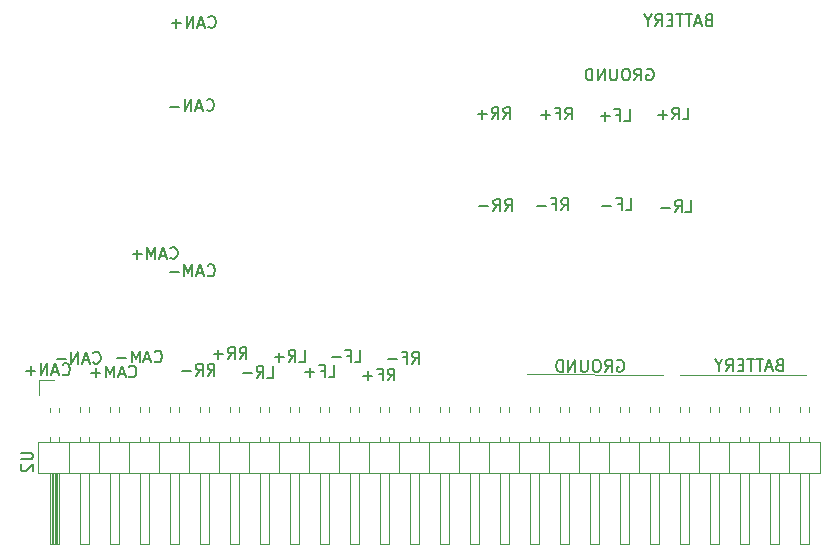
<source format=gbr>
G04 #@! TF.GenerationSoftware,KiCad,Pcbnew,5.1.2-f72e74a~84~ubuntu19.04.1*
G04 #@! TF.CreationDate,2019-05-07T16:21:10-05:00*
G04 #@! TF.ProjectId,Adapter-TE-52,41646170-7465-4722-9d54-452d35322e6b,rev?*
G04 #@! TF.SameCoordinates,Original*
G04 #@! TF.FileFunction,Legend,Bot*
G04 #@! TF.FilePolarity,Positive*
%FSLAX46Y46*%
G04 Gerber Fmt 4.6, Leading zero omitted, Abs format (unit mm)*
G04 Created by KiCad (PCBNEW 5.1.2-f72e74a~84~ubuntu19.04.1) date 2019-05-07 16:21:10*
%MOMM*%
%LPD*%
G04 APERTURE LIST*
%ADD10C,0.120000*%
%ADD11C,0.150000*%
G04 APERTURE END LIST*
D10*
X156768800Y-113868200D02*
X167513000Y-113893600D01*
X143840200Y-113817400D02*
X155371800Y-113842800D01*
D11*
X151509123Y-112631600D02*
X151604361Y-112583980D01*
X151747219Y-112583980D01*
X151890076Y-112631600D01*
X151985314Y-112726838D01*
X152032933Y-112822076D01*
X152080552Y-113012552D01*
X152080552Y-113155409D01*
X152032933Y-113345885D01*
X151985314Y-113441123D01*
X151890076Y-113536361D01*
X151747219Y-113583980D01*
X151651980Y-113583980D01*
X151509123Y-113536361D01*
X151461504Y-113488742D01*
X151461504Y-113155409D01*
X151651980Y-113155409D01*
X150461504Y-113583980D02*
X150794838Y-113107790D01*
X151032933Y-113583980D02*
X151032933Y-112583980D01*
X150651980Y-112583980D01*
X150556742Y-112631600D01*
X150509123Y-112679219D01*
X150461504Y-112774457D01*
X150461504Y-112917314D01*
X150509123Y-113012552D01*
X150556742Y-113060171D01*
X150651980Y-113107790D01*
X151032933Y-113107790D01*
X149842457Y-112583980D02*
X149651980Y-112583980D01*
X149556742Y-112631600D01*
X149461504Y-112726838D01*
X149413885Y-112917314D01*
X149413885Y-113250647D01*
X149461504Y-113441123D01*
X149556742Y-113536361D01*
X149651980Y-113583980D01*
X149842457Y-113583980D01*
X149937695Y-113536361D01*
X150032933Y-113441123D01*
X150080552Y-113250647D01*
X150080552Y-112917314D01*
X150032933Y-112726838D01*
X149937695Y-112631600D01*
X149842457Y-112583980D01*
X148985314Y-112583980D02*
X148985314Y-113393504D01*
X148937695Y-113488742D01*
X148890076Y-113536361D01*
X148794838Y-113583980D01*
X148604361Y-113583980D01*
X148509123Y-113536361D01*
X148461504Y-113488742D01*
X148413885Y-113393504D01*
X148413885Y-112583980D01*
X147937695Y-113583980D02*
X147937695Y-112583980D01*
X147366266Y-113583980D01*
X147366266Y-112583980D01*
X146890076Y-113583980D02*
X146890076Y-112583980D01*
X146651980Y-112583980D01*
X146509123Y-112631600D01*
X146413885Y-112726838D01*
X146366266Y-112822076D01*
X146318647Y-113012552D01*
X146318647Y-113155409D01*
X146366266Y-113345885D01*
X146413885Y-113441123D01*
X146509123Y-113536361D01*
X146651980Y-113583980D01*
X146890076Y-113583980D01*
X165212400Y-112983971D02*
X165069542Y-113031590D01*
X165021923Y-113079209D01*
X164974304Y-113174447D01*
X164974304Y-113317304D01*
X165021923Y-113412542D01*
X165069542Y-113460161D01*
X165164780Y-113507780D01*
X165545733Y-113507780D01*
X165545733Y-112507780D01*
X165212400Y-112507780D01*
X165117161Y-112555400D01*
X165069542Y-112603019D01*
X165021923Y-112698257D01*
X165021923Y-112793495D01*
X165069542Y-112888733D01*
X165117161Y-112936352D01*
X165212400Y-112983971D01*
X165545733Y-112983971D01*
X164593352Y-113222066D02*
X164117161Y-113222066D01*
X164688590Y-113507780D02*
X164355257Y-112507780D01*
X164021923Y-113507780D01*
X163831447Y-112507780D02*
X163260019Y-112507780D01*
X163545733Y-113507780D02*
X163545733Y-112507780D01*
X163069542Y-112507780D02*
X162498114Y-112507780D01*
X162783828Y-113507780D02*
X162783828Y-112507780D01*
X162164780Y-112983971D02*
X161831447Y-112983971D01*
X161688590Y-113507780D02*
X162164780Y-113507780D01*
X162164780Y-112507780D01*
X161688590Y-112507780D01*
X160688590Y-113507780D02*
X161021923Y-113031590D01*
X161260019Y-113507780D02*
X161260019Y-112507780D01*
X160879066Y-112507780D01*
X160783828Y-112555400D01*
X160736209Y-112603019D01*
X160688590Y-112698257D01*
X160688590Y-112841114D01*
X160736209Y-112936352D01*
X160783828Y-112983971D01*
X160879066Y-113031590D01*
X161260019Y-113031590D01*
X160069542Y-113031590D02*
X160069542Y-113507780D01*
X160402876Y-112507780D02*
X160069542Y-113031590D01*
X159736209Y-112507780D01*
X134138895Y-112898180D02*
X134472228Y-112421990D01*
X134710323Y-112898180D02*
X134710323Y-111898180D01*
X134329371Y-111898180D01*
X134234133Y-111945800D01*
X134186514Y-111993419D01*
X134138895Y-112088657D01*
X134138895Y-112231514D01*
X134186514Y-112326752D01*
X134234133Y-112374371D01*
X134329371Y-112421990D01*
X134710323Y-112421990D01*
X133376990Y-112374371D02*
X133710323Y-112374371D01*
X133710323Y-112898180D02*
X133710323Y-111898180D01*
X133234133Y-111898180D01*
X132853180Y-112517228D02*
X132091276Y-112517228D01*
X132056095Y-114320580D02*
X132389428Y-113844390D01*
X132627523Y-114320580D02*
X132627523Y-113320580D01*
X132246571Y-113320580D01*
X132151333Y-113368200D01*
X132103714Y-113415819D01*
X132056095Y-113511057D01*
X132056095Y-113653914D01*
X132103714Y-113749152D01*
X132151333Y-113796771D01*
X132246571Y-113844390D01*
X132627523Y-113844390D01*
X131294190Y-113796771D02*
X131627523Y-113796771D01*
X131627523Y-114320580D02*
X131627523Y-113320580D01*
X131151333Y-113320580D01*
X130770380Y-113939628D02*
X130008476Y-113939628D01*
X130389428Y-114320580D02*
X130389428Y-113558676D01*
X129262095Y-112745780D02*
X129738285Y-112745780D01*
X129738285Y-111745780D01*
X128595428Y-112221971D02*
X128928761Y-112221971D01*
X128928761Y-112745780D02*
X128928761Y-111745780D01*
X128452571Y-111745780D01*
X128071619Y-112364828D02*
X127309714Y-112364828D01*
X127052295Y-114015780D02*
X127528485Y-114015780D01*
X127528485Y-113015780D01*
X126385628Y-113491971D02*
X126718961Y-113491971D01*
X126718961Y-114015780D02*
X126718961Y-113015780D01*
X126242771Y-113015780D01*
X125861819Y-113634828D02*
X125099914Y-113634828D01*
X125480866Y-114015780D02*
X125480866Y-113253876D01*
X124583723Y-112720380D02*
X125059914Y-112720380D01*
X125059914Y-111720380D01*
X123678961Y-112720380D02*
X124012295Y-112244190D01*
X124250390Y-112720380D02*
X124250390Y-111720380D01*
X123869438Y-111720380D01*
X123774200Y-111768000D01*
X123726580Y-111815619D01*
X123678961Y-111910857D01*
X123678961Y-112053714D01*
X123726580Y-112148952D01*
X123774200Y-112196571D01*
X123869438Y-112244190D01*
X124250390Y-112244190D01*
X123250390Y-112339428D02*
X122488485Y-112339428D01*
X122869438Y-112720380D02*
X122869438Y-111958476D01*
X121865923Y-114091980D02*
X122342114Y-114091980D01*
X122342114Y-113091980D01*
X120961161Y-114091980D02*
X121294495Y-113615790D01*
X121532590Y-114091980D02*
X121532590Y-113091980D01*
X121151638Y-113091980D01*
X121056400Y-113139600D01*
X121008780Y-113187219D01*
X120961161Y-113282457D01*
X120961161Y-113425314D01*
X121008780Y-113520552D01*
X121056400Y-113568171D01*
X121151638Y-113615790D01*
X121532590Y-113615790D01*
X120532590Y-113711028D02*
X119770685Y-113711028D01*
X119529123Y-112491780D02*
X119862457Y-112015590D01*
X120100552Y-112491780D02*
X120100552Y-111491780D01*
X119719600Y-111491780D01*
X119624361Y-111539400D01*
X119576742Y-111587019D01*
X119529123Y-111682257D01*
X119529123Y-111825114D01*
X119576742Y-111920352D01*
X119624361Y-111967971D01*
X119719600Y-112015590D01*
X120100552Y-112015590D01*
X118529123Y-112491780D02*
X118862457Y-112015590D01*
X119100552Y-112491780D02*
X119100552Y-111491780D01*
X118719600Y-111491780D01*
X118624361Y-111539400D01*
X118576742Y-111587019D01*
X118529123Y-111682257D01*
X118529123Y-111825114D01*
X118576742Y-111920352D01*
X118624361Y-111967971D01*
X118719600Y-112015590D01*
X119100552Y-112015590D01*
X118100552Y-112110828D02*
X117338647Y-112110828D01*
X117719600Y-112491780D02*
X117719600Y-111729876D01*
X116811323Y-113914180D02*
X117144657Y-113437990D01*
X117382752Y-113914180D02*
X117382752Y-112914180D01*
X117001800Y-112914180D01*
X116906561Y-112961800D01*
X116858942Y-113009419D01*
X116811323Y-113104657D01*
X116811323Y-113247514D01*
X116858942Y-113342752D01*
X116906561Y-113390371D01*
X117001800Y-113437990D01*
X117382752Y-113437990D01*
X115811323Y-113914180D02*
X116144657Y-113437990D01*
X116382752Y-113914180D02*
X116382752Y-112914180D01*
X116001800Y-112914180D01*
X115906561Y-112961800D01*
X115858942Y-113009419D01*
X115811323Y-113104657D01*
X115811323Y-113247514D01*
X115858942Y-113342752D01*
X115906561Y-113390371D01*
X116001800Y-113437990D01*
X116382752Y-113437990D01*
X115382752Y-113533228D02*
X114620847Y-113533228D01*
X104538304Y-113793542D02*
X104585923Y-113841161D01*
X104728780Y-113888780D01*
X104824019Y-113888780D01*
X104966876Y-113841161D01*
X105062114Y-113745923D01*
X105109733Y-113650685D01*
X105157352Y-113460209D01*
X105157352Y-113317352D01*
X105109733Y-113126876D01*
X105062114Y-113031638D01*
X104966876Y-112936400D01*
X104824019Y-112888780D01*
X104728780Y-112888780D01*
X104585923Y-112936400D01*
X104538304Y-112984019D01*
X104157352Y-113603066D02*
X103681161Y-113603066D01*
X104252590Y-113888780D02*
X103919257Y-112888780D01*
X103585923Y-113888780D01*
X103252590Y-113888780D02*
X103252590Y-112888780D01*
X102681161Y-113888780D01*
X102681161Y-112888780D01*
X102204971Y-113507828D02*
X101443066Y-113507828D01*
X101824019Y-113888780D02*
X101824019Y-113126876D01*
X107129104Y-112802942D02*
X107176723Y-112850561D01*
X107319580Y-112898180D01*
X107414819Y-112898180D01*
X107557676Y-112850561D01*
X107652914Y-112755323D01*
X107700533Y-112660085D01*
X107748152Y-112469609D01*
X107748152Y-112326752D01*
X107700533Y-112136276D01*
X107652914Y-112041038D01*
X107557676Y-111945800D01*
X107414819Y-111898180D01*
X107319580Y-111898180D01*
X107176723Y-111945800D01*
X107129104Y-111993419D01*
X106748152Y-112612466D02*
X106271961Y-112612466D01*
X106843390Y-112898180D02*
X106510057Y-111898180D01*
X106176723Y-112898180D01*
X105843390Y-112898180D02*
X105843390Y-111898180D01*
X105271961Y-112898180D01*
X105271961Y-111898180D01*
X104795771Y-112517228D02*
X104033866Y-112517228D01*
X112332923Y-112701342D02*
X112380542Y-112748961D01*
X112523400Y-112796580D01*
X112618638Y-112796580D01*
X112761495Y-112748961D01*
X112856733Y-112653723D01*
X112904352Y-112558485D01*
X112951971Y-112368009D01*
X112951971Y-112225152D01*
X112904352Y-112034676D01*
X112856733Y-111939438D01*
X112761495Y-111844200D01*
X112618638Y-111796580D01*
X112523400Y-111796580D01*
X112380542Y-111844200D01*
X112332923Y-111891819D01*
X111951971Y-112510866D02*
X111475780Y-112510866D01*
X112047209Y-112796580D02*
X111713876Y-111796580D01*
X111380542Y-112796580D01*
X111047209Y-112796580D02*
X111047209Y-111796580D01*
X110713876Y-112510866D01*
X110380542Y-111796580D01*
X110380542Y-112796580D01*
X109904352Y-112415628D02*
X109142447Y-112415628D01*
X110148523Y-113971342D02*
X110196142Y-114018961D01*
X110339000Y-114066580D01*
X110434238Y-114066580D01*
X110577095Y-114018961D01*
X110672333Y-113923723D01*
X110719952Y-113828485D01*
X110767571Y-113638009D01*
X110767571Y-113495152D01*
X110719952Y-113304676D01*
X110672333Y-113209438D01*
X110577095Y-113114200D01*
X110434238Y-113066580D01*
X110339000Y-113066580D01*
X110196142Y-113114200D01*
X110148523Y-113161819D01*
X109767571Y-113780866D02*
X109291380Y-113780866D01*
X109862809Y-114066580D02*
X109529476Y-113066580D01*
X109196142Y-114066580D01*
X108862809Y-114066580D02*
X108862809Y-113066580D01*
X108529476Y-113780866D01*
X108196142Y-113066580D01*
X108196142Y-114066580D01*
X107719952Y-113685628D02*
X106958047Y-113685628D01*
X107339000Y-114066580D02*
X107339000Y-113304676D01*
X153998323Y-87968200D02*
X154093561Y-87920580D01*
X154236419Y-87920580D01*
X154379276Y-87968200D01*
X154474514Y-88063438D01*
X154522133Y-88158676D01*
X154569752Y-88349152D01*
X154569752Y-88492009D01*
X154522133Y-88682485D01*
X154474514Y-88777723D01*
X154379276Y-88872961D01*
X154236419Y-88920580D01*
X154141180Y-88920580D01*
X153998323Y-88872961D01*
X153950704Y-88825342D01*
X153950704Y-88492009D01*
X154141180Y-88492009D01*
X152950704Y-88920580D02*
X153284038Y-88444390D01*
X153522133Y-88920580D02*
X153522133Y-87920580D01*
X153141180Y-87920580D01*
X153045942Y-87968200D01*
X152998323Y-88015819D01*
X152950704Y-88111057D01*
X152950704Y-88253914D01*
X152998323Y-88349152D01*
X153045942Y-88396771D01*
X153141180Y-88444390D01*
X153522133Y-88444390D01*
X152331657Y-87920580D02*
X152141180Y-87920580D01*
X152045942Y-87968200D01*
X151950704Y-88063438D01*
X151903085Y-88253914D01*
X151903085Y-88587247D01*
X151950704Y-88777723D01*
X152045942Y-88872961D01*
X152141180Y-88920580D01*
X152331657Y-88920580D01*
X152426895Y-88872961D01*
X152522133Y-88777723D01*
X152569752Y-88587247D01*
X152569752Y-88253914D01*
X152522133Y-88063438D01*
X152426895Y-87968200D01*
X152331657Y-87920580D01*
X151474514Y-87920580D02*
X151474514Y-88730104D01*
X151426895Y-88825342D01*
X151379276Y-88872961D01*
X151284038Y-88920580D01*
X151093561Y-88920580D01*
X150998323Y-88872961D01*
X150950704Y-88825342D01*
X150903085Y-88730104D01*
X150903085Y-87920580D01*
X150426895Y-88920580D02*
X150426895Y-87920580D01*
X149855466Y-88920580D01*
X149855466Y-87920580D01*
X149379276Y-88920580D02*
X149379276Y-87920580D01*
X149141180Y-87920580D01*
X148998323Y-87968200D01*
X148903085Y-88063438D01*
X148855466Y-88158676D01*
X148807847Y-88349152D01*
X148807847Y-88492009D01*
X148855466Y-88682485D01*
X148903085Y-88777723D01*
X148998323Y-88872961D01*
X149141180Y-88920580D01*
X149379276Y-88920580D01*
X159218000Y-83799371D02*
X159075142Y-83846990D01*
X159027523Y-83894609D01*
X158979904Y-83989847D01*
X158979904Y-84132704D01*
X159027523Y-84227942D01*
X159075142Y-84275561D01*
X159170380Y-84323180D01*
X159551333Y-84323180D01*
X159551333Y-83323180D01*
X159218000Y-83323180D01*
X159122761Y-83370800D01*
X159075142Y-83418419D01*
X159027523Y-83513657D01*
X159027523Y-83608895D01*
X159075142Y-83704133D01*
X159122761Y-83751752D01*
X159218000Y-83799371D01*
X159551333Y-83799371D01*
X158598952Y-84037466D02*
X158122761Y-84037466D01*
X158694190Y-84323180D02*
X158360857Y-83323180D01*
X158027523Y-84323180D01*
X157837047Y-83323180D02*
X157265619Y-83323180D01*
X157551333Y-84323180D02*
X157551333Y-83323180D01*
X157075142Y-83323180D02*
X156503714Y-83323180D01*
X156789428Y-84323180D02*
X156789428Y-83323180D01*
X156170380Y-83799371D02*
X155837047Y-83799371D01*
X155694190Y-84323180D02*
X156170380Y-84323180D01*
X156170380Y-83323180D01*
X155694190Y-83323180D01*
X154694190Y-84323180D02*
X155027523Y-83846990D01*
X155265619Y-84323180D02*
X155265619Y-83323180D01*
X154884666Y-83323180D01*
X154789428Y-83370800D01*
X154741809Y-83418419D01*
X154694190Y-83513657D01*
X154694190Y-83656514D01*
X154741809Y-83751752D01*
X154789428Y-83799371D01*
X154884666Y-83846990D01*
X155265619Y-83846990D01*
X154075142Y-83846990D02*
X154075142Y-84323180D01*
X154408476Y-83323180D02*
X154075142Y-83846990D01*
X153741809Y-83323180D01*
X157273523Y-100071180D02*
X157749714Y-100071180D01*
X157749714Y-99071180D01*
X156368761Y-100071180D02*
X156702095Y-99594990D01*
X156940190Y-100071180D02*
X156940190Y-99071180D01*
X156559238Y-99071180D01*
X156464000Y-99118800D01*
X156416380Y-99166419D01*
X156368761Y-99261657D01*
X156368761Y-99404514D01*
X156416380Y-99499752D01*
X156464000Y-99547371D01*
X156559238Y-99594990D01*
X156940190Y-99594990D01*
X155940190Y-99690228D02*
X155178285Y-99690228D01*
X152198295Y-99918780D02*
X152674485Y-99918780D01*
X152674485Y-98918780D01*
X151531628Y-99394971D02*
X151864961Y-99394971D01*
X151864961Y-99918780D02*
X151864961Y-98918780D01*
X151388771Y-98918780D01*
X151007819Y-99537828D02*
X150245914Y-99537828D01*
X157044923Y-92222580D02*
X157521114Y-92222580D01*
X157521114Y-91222580D01*
X156140161Y-92222580D02*
X156473495Y-91746390D01*
X156711590Y-92222580D02*
X156711590Y-91222580D01*
X156330638Y-91222580D01*
X156235400Y-91270200D01*
X156187780Y-91317819D01*
X156140161Y-91413057D01*
X156140161Y-91555914D01*
X156187780Y-91651152D01*
X156235400Y-91698771D01*
X156330638Y-91746390D01*
X156711590Y-91746390D01*
X155711590Y-91841628D02*
X154949685Y-91841628D01*
X155330638Y-92222580D02*
X155330638Y-91460676D01*
X152071295Y-92349580D02*
X152547485Y-92349580D01*
X152547485Y-91349580D01*
X151404628Y-91825771D02*
X151737961Y-91825771D01*
X151737961Y-92349580D02*
X151737961Y-91349580D01*
X151261771Y-91349580D01*
X150880819Y-91968628D02*
X150118914Y-91968628D01*
X150499866Y-92349580D02*
X150499866Y-91587676D01*
X147092895Y-92222580D02*
X147426228Y-91746390D01*
X147664323Y-92222580D02*
X147664323Y-91222580D01*
X147283371Y-91222580D01*
X147188133Y-91270200D01*
X147140514Y-91317819D01*
X147092895Y-91413057D01*
X147092895Y-91555914D01*
X147140514Y-91651152D01*
X147188133Y-91698771D01*
X147283371Y-91746390D01*
X147664323Y-91746390D01*
X146330990Y-91698771D02*
X146664323Y-91698771D01*
X146664323Y-92222580D02*
X146664323Y-91222580D01*
X146188133Y-91222580D01*
X145807180Y-91841628D02*
X145045276Y-91841628D01*
X145426228Y-92222580D02*
X145426228Y-91460676D01*
X141855723Y-92171780D02*
X142189057Y-91695590D01*
X142427152Y-92171780D02*
X142427152Y-91171780D01*
X142046200Y-91171780D01*
X141950961Y-91219400D01*
X141903342Y-91267019D01*
X141855723Y-91362257D01*
X141855723Y-91505114D01*
X141903342Y-91600352D01*
X141950961Y-91647971D01*
X142046200Y-91695590D01*
X142427152Y-91695590D01*
X140855723Y-92171780D02*
X141189057Y-91695590D01*
X141427152Y-92171780D02*
X141427152Y-91171780D01*
X141046200Y-91171780D01*
X140950961Y-91219400D01*
X140903342Y-91267019D01*
X140855723Y-91362257D01*
X140855723Y-91505114D01*
X140903342Y-91600352D01*
X140950961Y-91647971D01*
X141046200Y-91695590D01*
X141427152Y-91695590D01*
X140427152Y-91790828D02*
X139665247Y-91790828D01*
X140046200Y-92171780D02*
X140046200Y-91409876D01*
X146762695Y-99918780D02*
X147096028Y-99442590D01*
X147334123Y-99918780D02*
X147334123Y-98918780D01*
X146953171Y-98918780D01*
X146857933Y-98966400D01*
X146810314Y-99014019D01*
X146762695Y-99109257D01*
X146762695Y-99252114D01*
X146810314Y-99347352D01*
X146857933Y-99394971D01*
X146953171Y-99442590D01*
X147334123Y-99442590D01*
X146000790Y-99394971D02*
X146334123Y-99394971D01*
X146334123Y-99918780D02*
X146334123Y-98918780D01*
X145857933Y-98918780D01*
X145476980Y-99537828D02*
X144715076Y-99537828D01*
X142008123Y-99969580D02*
X142341457Y-99493390D01*
X142579552Y-99969580D02*
X142579552Y-98969580D01*
X142198600Y-98969580D01*
X142103361Y-99017200D01*
X142055742Y-99064819D01*
X142008123Y-99160057D01*
X142008123Y-99302914D01*
X142055742Y-99398152D01*
X142103361Y-99445771D01*
X142198600Y-99493390D01*
X142579552Y-99493390D01*
X141008123Y-99969580D02*
X141341457Y-99493390D01*
X141579552Y-99969580D02*
X141579552Y-98969580D01*
X141198600Y-98969580D01*
X141103361Y-99017200D01*
X141055742Y-99064819D01*
X141008123Y-99160057D01*
X141008123Y-99302914D01*
X141055742Y-99398152D01*
X141103361Y-99445771D01*
X141198600Y-99493390D01*
X141579552Y-99493390D01*
X140579552Y-99588628D02*
X139817647Y-99588628D01*
X116803323Y-105411542D02*
X116850942Y-105459161D01*
X116993800Y-105506780D01*
X117089038Y-105506780D01*
X117231895Y-105459161D01*
X117327133Y-105363923D01*
X117374752Y-105268685D01*
X117422371Y-105078209D01*
X117422371Y-104935352D01*
X117374752Y-104744876D01*
X117327133Y-104649638D01*
X117231895Y-104554400D01*
X117089038Y-104506780D01*
X116993800Y-104506780D01*
X116850942Y-104554400D01*
X116803323Y-104602019D01*
X116422371Y-105221066D02*
X115946180Y-105221066D01*
X116517609Y-105506780D02*
X116184276Y-104506780D01*
X115850942Y-105506780D01*
X115517609Y-105506780D02*
X115517609Y-104506780D01*
X115184276Y-105221066D01*
X114850942Y-104506780D01*
X114850942Y-105506780D01*
X114374752Y-105125828D02*
X113612847Y-105125828D01*
X113653723Y-103938342D02*
X113701342Y-103985961D01*
X113844200Y-104033580D01*
X113939438Y-104033580D01*
X114082295Y-103985961D01*
X114177533Y-103890723D01*
X114225152Y-103795485D01*
X114272771Y-103605009D01*
X114272771Y-103462152D01*
X114225152Y-103271676D01*
X114177533Y-103176438D01*
X114082295Y-103081200D01*
X113939438Y-103033580D01*
X113844200Y-103033580D01*
X113701342Y-103081200D01*
X113653723Y-103128819D01*
X113272771Y-103747866D02*
X112796580Y-103747866D01*
X113368009Y-104033580D02*
X113034676Y-103033580D01*
X112701342Y-104033580D01*
X112368009Y-104033580D02*
X112368009Y-103033580D01*
X112034676Y-103747866D01*
X111701342Y-103033580D01*
X111701342Y-104033580D01*
X111225152Y-103652628D02*
X110463247Y-103652628D01*
X110844200Y-104033580D02*
X110844200Y-103271676D01*
X116730304Y-91416142D02*
X116777923Y-91463761D01*
X116920780Y-91511380D01*
X117016019Y-91511380D01*
X117158876Y-91463761D01*
X117254114Y-91368523D01*
X117301733Y-91273285D01*
X117349352Y-91082809D01*
X117349352Y-90939952D01*
X117301733Y-90749476D01*
X117254114Y-90654238D01*
X117158876Y-90559000D01*
X117016019Y-90511380D01*
X116920780Y-90511380D01*
X116777923Y-90559000D01*
X116730304Y-90606619D01*
X116349352Y-91225666D02*
X115873161Y-91225666D01*
X116444590Y-91511380D02*
X116111257Y-90511380D01*
X115777923Y-91511380D01*
X115444590Y-91511380D02*
X115444590Y-90511380D01*
X114873161Y-91511380D01*
X114873161Y-90511380D01*
X114396971Y-91130428D02*
X113635066Y-91130428D01*
X116882704Y-84380342D02*
X116930323Y-84427961D01*
X117073180Y-84475580D01*
X117168419Y-84475580D01*
X117311276Y-84427961D01*
X117406514Y-84332723D01*
X117454133Y-84237485D01*
X117501752Y-84047009D01*
X117501752Y-83904152D01*
X117454133Y-83713676D01*
X117406514Y-83618438D01*
X117311276Y-83523200D01*
X117168419Y-83475580D01*
X117073180Y-83475580D01*
X116930323Y-83523200D01*
X116882704Y-83570819D01*
X116501752Y-84189866D02*
X116025561Y-84189866D01*
X116596990Y-84475580D02*
X116263657Y-83475580D01*
X115930323Y-84475580D01*
X115596990Y-84475580D02*
X115596990Y-83475580D01*
X115025561Y-84475580D01*
X115025561Y-83475580D01*
X114549371Y-84094628D02*
X113787466Y-84094628D01*
X114168419Y-84475580D02*
X114168419Y-83713676D01*
D10*
X102492500Y-119511900D02*
X168652500Y-119511900D01*
X168652500Y-119511900D02*
X168652500Y-122171900D01*
X168652500Y-122171900D02*
X102492500Y-122171900D01*
X102492500Y-122171900D02*
X102492500Y-119511900D01*
X103442500Y-122171900D02*
X103442500Y-128171900D01*
X103442500Y-128171900D02*
X104202500Y-128171900D01*
X104202500Y-128171900D02*
X104202500Y-122171900D01*
X103502500Y-122171900D02*
X103502500Y-128171900D01*
X103622500Y-122171900D02*
X103622500Y-128171900D01*
X103742500Y-122171900D02*
X103742500Y-128171900D01*
X103862500Y-122171900D02*
X103862500Y-128171900D01*
X103982500Y-122171900D02*
X103982500Y-128171900D01*
X104102500Y-122171900D02*
X104102500Y-128171900D01*
X103442500Y-119114829D02*
X103442500Y-119511900D01*
X104202500Y-119114829D02*
X104202500Y-119511900D01*
X103442500Y-116641900D02*
X103442500Y-117028971D01*
X104202500Y-116641900D02*
X104202500Y-117028971D01*
X105092500Y-119511900D02*
X105092500Y-122171900D01*
X105982500Y-122171900D02*
X105982500Y-128171900D01*
X105982500Y-128171900D02*
X106742500Y-128171900D01*
X106742500Y-128171900D02*
X106742500Y-122171900D01*
X105982500Y-119114829D02*
X105982500Y-119511900D01*
X106742500Y-119114829D02*
X106742500Y-119511900D01*
X105982500Y-116574829D02*
X105982500Y-117028971D01*
X106742500Y-116574829D02*
X106742500Y-117028971D01*
X107632500Y-119511900D02*
X107632500Y-122171900D01*
X108522500Y-122171900D02*
X108522500Y-128171900D01*
X108522500Y-128171900D02*
X109282500Y-128171900D01*
X109282500Y-128171900D02*
X109282500Y-122171900D01*
X108522500Y-119114829D02*
X108522500Y-119511900D01*
X109282500Y-119114829D02*
X109282500Y-119511900D01*
X108522500Y-116574829D02*
X108522500Y-117028971D01*
X109282500Y-116574829D02*
X109282500Y-117028971D01*
X110172500Y-119511900D02*
X110172500Y-122171900D01*
X111062500Y-122171900D02*
X111062500Y-128171900D01*
X111062500Y-128171900D02*
X111822500Y-128171900D01*
X111822500Y-128171900D02*
X111822500Y-122171900D01*
X111062500Y-119114829D02*
X111062500Y-119511900D01*
X111822500Y-119114829D02*
X111822500Y-119511900D01*
X111062500Y-116574829D02*
X111062500Y-117028971D01*
X111822500Y-116574829D02*
X111822500Y-117028971D01*
X112712500Y-119511900D02*
X112712500Y-122171900D01*
X113602500Y-122171900D02*
X113602500Y-128171900D01*
X113602500Y-128171900D02*
X114362500Y-128171900D01*
X114362500Y-128171900D02*
X114362500Y-122171900D01*
X113602500Y-119114829D02*
X113602500Y-119511900D01*
X114362500Y-119114829D02*
X114362500Y-119511900D01*
X113602500Y-116574829D02*
X113602500Y-117028971D01*
X114362500Y-116574829D02*
X114362500Y-117028971D01*
X115252500Y-119511900D02*
X115252500Y-122171900D01*
X116142500Y-122171900D02*
X116142500Y-128171900D01*
X116142500Y-128171900D02*
X116902500Y-128171900D01*
X116902500Y-128171900D02*
X116902500Y-122171900D01*
X116142500Y-119114829D02*
X116142500Y-119511900D01*
X116902500Y-119114829D02*
X116902500Y-119511900D01*
X116142500Y-116574829D02*
X116142500Y-117028971D01*
X116902500Y-116574829D02*
X116902500Y-117028971D01*
X117792500Y-119511900D02*
X117792500Y-122171900D01*
X118682500Y-122171900D02*
X118682500Y-128171900D01*
X118682500Y-128171900D02*
X119442500Y-128171900D01*
X119442500Y-128171900D02*
X119442500Y-122171900D01*
X118682500Y-119114829D02*
X118682500Y-119511900D01*
X119442500Y-119114829D02*
X119442500Y-119511900D01*
X118682500Y-116574829D02*
X118682500Y-117028971D01*
X119442500Y-116574829D02*
X119442500Y-117028971D01*
X120332500Y-119511900D02*
X120332500Y-122171900D01*
X121222500Y-122171900D02*
X121222500Y-128171900D01*
X121222500Y-128171900D02*
X121982500Y-128171900D01*
X121982500Y-128171900D02*
X121982500Y-122171900D01*
X121222500Y-119114829D02*
X121222500Y-119511900D01*
X121982500Y-119114829D02*
X121982500Y-119511900D01*
X121222500Y-116574829D02*
X121222500Y-117028971D01*
X121982500Y-116574829D02*
X121982500Y-117028971D01*
X122872500Y-119511900D02*
X122872500Y-122171900D01*
X123762500Y-122171900D02*
X123762500Y-128171900D01*
X123762500Y-128171900D02*
X124522500Y-128171900D01*
X124522500Y-128171900D02*
X124522500Y-122171900D01*
X123762500Y-119114829D02*
X123762500Y-119511900D01*
X124522500Y-119114829D02*
X124522500Y-119511900D01*
X123762500Y-116574829D02*
X123762500Y-117028971D01*
X124522500Y-116574829D02*
X124522500Y-117028971D01*
X125412500Y-119511900D02*
X125412500Y-122171900D01*
X126302500Y-122171900D02*
X126302500Y-128171900D01*
X126302500Y-128171900D02*
X127062500Y-128171900D01*
X127062500Y-128171900D02*
X127062500Y-122171900D01*
X126302500Y-119114829D02*
X126302500Y-119511900D01*
X127062500Y-119114829D02*
X127062500Y-119511900D01*
X126302500Y-116574829D02*
X126302500Y-117028971D01*
X127062500Y-116574829D02*
X127062500Y-117028971D01*
X127952500Y-119511900D02*
X127952500Y-122171900D01*
X128842500Y-122171900D02*
X128842500Y-128171900D01*
X128842500Y-128171900D02*
X129602500Y-128171900D01*
X129602500Y-128171900D02*
X129602500Y-122171900D01*
X128842500Y-119114829D02*
X128842500Y-119511900D01*
X129602500Y-119114829D02*
X129602500Y-119511900D01*
X128842500Y-116574829D02*
X128842500Y-117028971D01*
X129602500Y-116574829D02*
X129602500Y-117028971D01*
X130492500Y-119511900D02*
X130492500Y-122171900D01*
X131382500Y-122171900D02*
X131382500Y-128171900D01*
X131382500Y-128171900D02*
X132142500Y-128171900D01*
X132142500Y-128171900D02*
X132142500Y-122171900D01*
X131382500Y-119114829D02*
X131382500Y-119511900D01*
X132142500Y-119114829D02*
X132142500Y-119511900D01*
X131382500Y-116574829D02*
X131382500Y-117028971D01*
X132142500Y-116574829D02*
X132142500Y-117028971D01*
X133032500Y-119511900D02*
X133032500Y-122171900D01*
X133922500Y-122171900D02*
X133922500Y-128171900D01*
X133922500Y-128171900D02*
X134682500Y-128171900D01*
X134682500Y-128171900D02*
X134682500Y-122171900D01*
X133922500Y-119114829D02*
X133922500Y-119511900D01*
X134682500Y-119114829D02*
X134682500Y-119511900D01*
X133922500Y-116574829D02*
X133922500Y-117028971D01*
X134682500Y-116574829D02*
X134682500Y-117028971D01*
X135572500Y-119511900D02*
X135572500Y-122171900D01*
X136462500Y-122171900D02*
X136462500Y-128171900D01*
X136462500Y-128171900D02*
X137222500Y-128171900D01*
X137222500Y-128171900D02*
X137222500Y-122171900D01*
X136462500Y-119114829D02*
X136462500Y-119511900D01*
X137222500Y-119114829D02*
X137222500Y-119511900D01*
X136462500Y-116574829D02*
X136462500Y-117028971D01*
X137222500Y-116574829D02*
X137222500Y-117028971D01*
X138112500Y-119511900D02*
X138112500Y-122171900D01*
X139002500Y-122171900D02*
X139002500Y-128171900D01*
X139002500Y-128171900D02*
X139762500Y-128171900D01*
X139762500Y-128171900D02*
X139762500Y-122171900D01*
X139002500Y-119114829D02*
X139002500Y-119511900D01*
X139762500Y-119114829D02*
X139762500Y-119511900D01*
X139002500Y-116574829D02*
X139002500Y-117028971D01*
X139762500Y-116574829D02*
X139762500Y-117028971D01*
X140652500Y-119511900D02*
X140652500Y-122171900D01*
X141542500Y-122171900D02*
X141542500Y-128171900D01*
X141542500Y-128171900D02*
X142302500Y-128171900D01*
X142302500Y-128171900D02*
X142302500Y-122171900D01*
X141542500Y-119114829D02*
X141542500Y-119511900D01*
X142302500Y-119114829D02*
X142302500Y-119511900D01*
X141542500Y-116574829D02*
X141542500Y-117028971D01*
X142302500Y-116574829D02*
X142302500Y-117028971D01*
X143192500Y-119511900D02*
X143192500Y-122171900D01*
X144082500Y-122171900D02*
X144082500Y-128171900D01*
X144082500Y-128171900D02*
X144842500Y-128171900D01*
X144842500Y-128171900D02*
X144842500Y-122171900D01*
X144082500Y-119114829D02*
X144082500Y-119511900D01*
X144842500Y-119114829D02*
X144842500Y-119511900D01*
X144082500Y-116574829D02*
X144082500Y-117028971D01*
X144842500Y-116574829D02*
X144842500Y-117028971D01*
X145732500Y-119511900D02*
X145732500Y-122171900D01*
X146622500Y-122171900D02*
X146622500Y-128171900D01*
X146622500Y-128171900D02*
X147382500Y-128171900D01*
X147382500Y-128171900D02*
X147382500Y-122171900D01*
X146622500Y-119114829D02*
X146622500Y-119511900D01*
X147382500Y-119114829D02*
X147382500Y-119511900D01*
X146622500Y-116574829D02*
X146622500Y-117028971D01*
X147382500Y-116574829D02*
X147382500Y-117028971D01*
X148272500Y-119511900D02*
X148272500Y-122171900D01*
X149162500Y-122171900D02*
X149162500Y-128171900D01*
X149162500Y-128171900D02*
X149922500Y-128171900D01*
X149922500Y-128171900D02*
X149922500Y-122171900D01*
X149162500Y-119114829D02*
X149162500Y-119511900D01*
X149922500Y-119114829D02*
X149922500Y-119511900D01*
X149162500Y-116574829D02*
X149162500Y-117028971D01*
X149922500Y-116574829D02*
X149922500Y-117028971D01*
X150812500Y-119511900D02*
X150812500Y-122171900D01*
X151702500Y-122171900D02*
X151702500Y-128171900D01*
X151702500Y-128171900D02*
X152462500Y-128171900D01*
X152462500Y-128171900D02*
X152462500Y-122171900D01*
X151702500Y-119114829D02*
X151702500Y-119511900D01*
X152462500Y-119114829D02*
X152462500Y-119511900D01*
X151702500Y-116574829D02*
X151702500Y-117028971D01*
X152462500Y-116574829D02*
X152462500Y-117028971D01*
X153352500Y-119511900D02*
X153352500Y-122171900D01*
X154242500Y-122171900D02*
X154242500Y-128171900D01*
X154242500Y-128171900D02*
X155002500Y-128171900D01*
X155002500Y-128171900D02*
X155002500Y-122171900D01*
X154242500Y-119114829D02*
X154242500Y-119511900D01*
X155002500Y-119114829D02*
X155002500Y-119511900D01*
X154242500Y-116574829D02*
X154242500Y-117028971D01*
X155002500Y-116574829D02*
X155002500Y-117028971D01*
X155892500Y-119511900D02*
X155892500Y-122171900D01*
X156782500Y-122171900D02*
X156782500Y-128171900D01*
X156782500Y-128171900D02*
X157542500Y-128171900D01*
X157542500Y-128171900D02*
X157542500Y-122171900D01*
X156782500Y-119114829D02*
X156782500Y-119511900D01*
X157542500Y-119114829D02*
X157542500Y-119511900D01*
X156782500Y-116574829D02*
X156782500Y-117028971D01*
X157542500Y-116574829D02*
X157542500Y-117028971D01*
X158432500Y-119511900D02*
X158432500Y-122171900D01*
X159322500Y-122171900D02*
X159322500Y-128171900D01*
X159322500Y-128171900D02*
X160082500Y-128171900D01*
X160082500Y-128171900D02*
X160082500Y-122171900D01*
X159322500Y-119114829D02*
X159322500Y-119511900D01*
X160082500Y-119114829D02*
X160082500Y-119511900D01*
X159322500Y-116574829D02*
X159322500Y-117028971D01*
X160082500Y-116574829D02*
X160082500Y-117028971D01*
X160972500Y-119511900D02*
X160972500Y-122171900D01*
X161862500Y-122171900D02*
X161862500Y-128171900D01*
X161862500Y-128171900D02*
X162622500Y-128171900D01*
X162622500Y-128171900D02*
X162622500Y-122171900D01*
X161862500Y-119114829D02*
X161862500Y-119511900D01*
X162622500Y-119114829D02*
X162622500Y-119511900D01*
X161862500Y-116574829D02*
X161862500Y-117028971D01*
X162622500Y-116574829D02*
X162622500Y-117028971D01*
X163512500Y-119511900D02*
X163512500Y-122171900D01*
X164402500Y-122171900D02*
X164402500Y-128171900D01*
X164402500Y-128171900D02*
X165162500Y-128171900D01*
X165162500Y-128171900D02*
X165162500Y-122171900D01*
X164402500Y-119114829D02*
X164402500Y-119511900D01*
X165162500Y-119114829D02*
X165162500Y-119511900D01*
X164402500Y-116574829D02*
X164402500Y-117028971D01*
X165162500Y-116574829D02*
X165162500Y-117028971D01*
X166052500Y-119511900D02*
X166052500Y-122171900D01*
X166942500Y-122171900D02*
X166942500Y-128171900D01*
X166942500Y-128171900D02*
X167702500Y-128171900D01*
X167702500Y-128171900D02*
X167702500Y-122171900D01*
X166942500Y-119114829D02*
X166942500Y-119511900D01*
X167702500Y-119114829D02*
X167702500Y-119511900D01*
X166942500Y-116574829D02*
X166942500Y-117028971D01*
X167702500Y-116574829D02*
X167702500Y-117028971D01*
X103822500Y-114261900D02*
X102552500Y-114261900D01*
X102552500Y-114261900D02*
X102552500Y-115531900D01*
D11*
X101004880Y-120424995D02*
X101814404Y-120424995D01*
X101909642Y-120472614D01*
X101957261Y-120520233D01*
X102004880Y-120615471D01*
X102004880Y-120805947D01*
X101957261Y-120901185D01*
X101909642Y-120948804D01*
X101814404Y-120996423D01*
X101004880Y-120996423D01*
X101100119Y-121424995D02*
X101052500Y-121472614D01*
X101004880Y-121567852D01*
X101004880Y-121805947D01*
X101052500Y-121901185D01*
X101100119Y-121948804D01*
X101195357Y-121996423D01*
X101290595Y-121996423D01*
X101433452Y-121948804D01*
X102004880Y-121377376D01*
X102004880Y-121996423D01*
M02*

</source>
